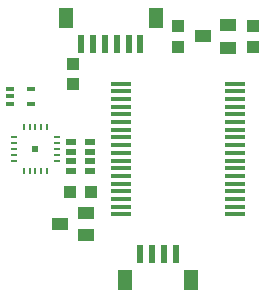
<source format=gbr>
G04 EAGLE Gerber X2 export*
%TF.Part,Single*%
%TF.FileFunction,Paste,Top*%
%TF.FilePolarity,Positive*%
%TF.GenerationSoftware,Autodesk,EAGLE,9.1.1*%
%TF.CreationDate,2018-10-01T15:01:31Z*%
G75*
%MOMM*%
%FSLAX34Y34*%
%LPD*%
%AMOC8*
5,1,8,0,0,1.08239X$1,22.5*%
G01*
%ADD10R,1.000000X1.100000*%
%ADD11R,1.400000X1.000000*%
%ADD12R,0.600000X1.550000*%
%ADD13R,1.200000X1.800000*%
%ADD14R,0.500000X0.500000*%
%ADD15R,0.203200X0.482600*%
%ADD16R,0.482600X0.203200*%
%ADD17R,1.100000X1.000000*%
%ADD18R,1.670000X0.450000*%
%ADD19R,0.900000X0.500000*%
%ADD20R,0.700000X0.400000*%


D10*
X82550Y182000D03*
X82550Y199000D03*
X171450Y213750D03*
X171450Y230750D03*
D11*
X71550Y63500D03*
X93550Y73000D03*
X93550Y54000D03*
D12*
X169700Y38100D03*
X159700Y38100D03*
X149700Y38100D03*
X139700Y38100D03*
D13*
X126700Y15850D03*
X182380Y15850D03*
D14*
X50800Y127000D03*
D15*
X40767Y108458D03*
X45847Y108458D03*
X50800Y108458D03*
X55753Y108458D03*
X60833Y108458D03*
X40767Y145542D03*
X45847Y145542D03*
X50800Y145542D03*
X55753Y145542D03*
X60833Y145542D03*
D16*
X32258Y116967D03*
X32258Y122047D03*
X32258Y127000D03*
X32258Y131953D03*
X32258Y137033D03*
X69342Y116967D03*
X69342Y122047D03*
X69342Y127000D03*
X69342Y131953D03*
X69342Y137033D03*
D17*
X80400Y90170D03*
X97400Y90170D03*
D11*
X192200Y222250D03*
X214200Y231750D03*
X214200Y212750D03*
D10*
X234950Y230750D03*
X234950Y213750D03*
D18*
X122800Y182250D03*
X122800Y175750D03*
X122800Y169250D03*
X122800Y162750D03*
X122800Y156250D03*
X122800Y149750D03*
X122800Y143250D03*
X122800Y136750D03*
X122800Y130250D03*
X122800Y123750D03*
X122800Y117250D03*
X122800Y110750D03*
X122800Y104250D03*
X122800Y97750D03*
X122800Y91250D03*
X122800Y84750D03*
X122800Y78250D03*
X122800Y71750D03*
X220100Y71750D03*
X220100Y78250D03*
X220100Y84750D03*
X220100Y91250D03*
X220100Y97750D03*
X220100Y104250D03*
X220100Y110750D03*
X220100Y117250D03*
X220100Y123750D03*
X220100Y130250D03*
X220100Y136750D03*
X220100Y143250D03*
X220100Y149750D03*
X220100Y156250D03*
X220100Y162750D03*
X220100Y169250D03*
X220100Y175750D03*
X220100Y182250D03*
D19*
X80900Y132650D03*
X96900Y132650D03*
X80900Y124650D03*
X96900Y124650D03*
X80900Y116650D03*
X96900Y116650D03*
X80900Y108650D03*
X96900Y108650D03*
D12*
X89700Y215900D03*
X99700Y215900D03*
X109700Y215900D03*
X119700Y215900D03*
X129700Y215900D03*
X139700Y215900D03*
D13*
X152700Y238150D03*
X76700Y238150D03*
D20*
X29600Y177950D03*
X29600Y171450D03*
X29600Y164950D03*
X46600Y164950D03*
X46600Y177950D03*
M02*

</source>
